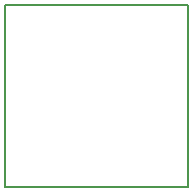
<source format=gko>
G04 DipTrace Beta 2.3.5.2*
%INMicroOSD.GKO*%
%MOIN*%
%ADD11C,0.0055*%
%FSLAX44Y44*%
G04*
G70*
G90*
G75*
G01*
%LNBoardOutline*%
%LPD*%
X0Y0D2*
D11*
Y6050D1*
X6100D1*
Y0D1*
X0D1*
M02*

</source>
